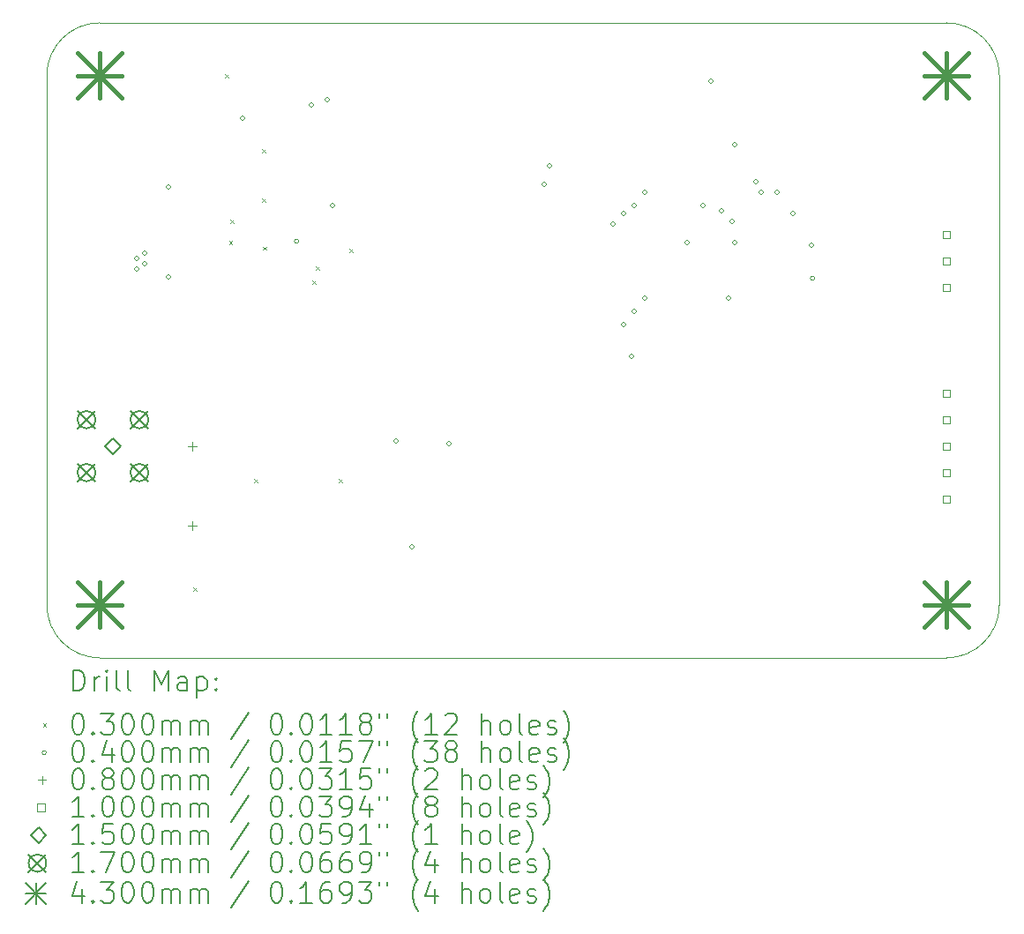
<source format=gbr>
%TF.GenerationSoftware,KiCad,Pcbnew,(6.0.9)*%
%TF.CreationDate,2022-12-14T01:21:41-05:00*%
%TF.ProjectId,usbcounter,75736263-6f75-46e7-9465-722e6b696361,rev?*%
%TF.SameCoordinates,Original*%
%TF.FileFunction,Drillmap*%
%TF.FilePolarity,Positive*%
%FSLAX45Y45*%
G04 Gerber Fmt 4.5, Leading zero omitted, Abs format (unit mm)*
G04 Created by KiCad (PCBNEW (6.0.9)) date 2022-12-14 01:21:41*
%MOMM*%
%LPD*%
G01*
G04 APERTURE LIST*
%ADD10C,0.100000*%
%ADD11C,0.200000*%
%ADD12C,0.030000*%
%ADD13C,0.040000*%
%ADD14C,0.080000*%
%ADD15C,0.150000*%
%ADD16C,0.170000*%
%ADD17C,0.430000*%
G04 APERTURE END LIST*
D10*
X13716000Y-11176000D02*
G75*
G03*
X14224000Y-10668000I0J508000D01*
G01*
X5080000Y-10668000D02*
X5080000Y-5588000D01*
X5588000Y-5080000D02*
X13716000Y-5080000D01*
X14224000Y-5588000D02*
G75*
G03*
X13716000Y-5080000I-508000J0D01*
G01*
X5080000Y-10668000D02*
G75*
G03*
X5588000Y-11176000I508000J0D01*
G01*
X13716000Y-11176000D02*
X5588000Y-11176000D01*
X14224000Y-5588000D02*
X14224000Y-10668000D01*
X5588000Y-5080000D02*
G75*
G03*
X5080000Y-5588000I0J-508000D01*
G01*
D11*
D12*
X6487400Y-10500600D02*
X6517400Y-10530600D01*
X6517400Y-10500600D02*
X6487400Y-10530600D01*
X6792200Y-5573000D02*
X6822200Y-5603000D01*
X6822200Y-5573000D02*
X6792200Y-5603000D01*
X6830300Y-7173200D02*
X6860300Y-7203200D01*
X6860300Y-7173200D02*
X6830300Y-7203200D01*
X6843000Y-6970000D02*
X6873000Y-7000000D01*
X6873000Y-6970000D02*
X6843000Y-7000000D01*
X7071600Y-9459200D02*
X7101600Y-9489200D01*
X7101600Y-9459200D02*
X7071600Y-9489200D01*
X7147800Y-6295850D02*
X7177800Y-6325850D01*
X7177800Y-6295850D02*
X7147800Y-6325850D01*
X7147800Y-6766800D02*
X7177800Y-6796800D01*
X7177800Y-6766800D02*
X7147800Y-6796800D01*
X7154150Y-7230350D02*
X7184150Y-7260350D01*
X7184150Y-7230350D02*
X7154150Y-7260350D01*
X7630400Y-7554200D02*
X7660400Y-7584200D01*
X7660400Y-7554200D02*
X7630400Y-7584200D01*
X7664475Y-7418489D02*
X7694475Y-7448489D01*
X7694475Y-7418489D02*
X7664475Y-7448489D01*
X7884400Y-9459200D02*
X7914400Y-9489200D01*
X7914400Y-9459200D02*
X7884400Y-9489200D01*
X7986000Y-7249400D02*
X8016000Y-7279400D01*
X8016000Y-7249400D02*
X7986000Y-7279400D01*
D13*
X5963600Y-7340600D02*
G75*
G03*
X5963600Y-7340600I-20000J0D01*
G01*
X5963600Y-7442200D02*
G75*
G03*
X5963600Y-7442200I-20000J0D01*
G01*
X6039800Y-7289800D02*
G75*
G03*
X6039800Y-7289800I-20000J0D01*
G01*
X6039800Y-7391400D02*
G75*
G03*
X6039800Y-7391400I-20000J0D01*
G01*
X6268400Y-6654800D02*
G75*
G03*
X6268400Y-6654800I-20000J0D01*
G01*
X6268400Y-7518400D02*
G75*
G03*
X6268400Y-7518400I-20000J0D01*
G01*
X6979600Y-5994400D02*
G75*
G03*
X6979600Y-5994400I-20000J0D01*
G01*
X7498102Y-7177698D02*
G75*
G03*
X7498102Y-7177698I-20000J0D01*
G01*
X7640000Y-5867400D02*
G75*
G03*
X7640000Y-5867400I-20000J0D01*
G01*
X7792400Y-5816600D02*
G75*
G03*
X7792400Y-5816600I-20000J0D01*
G01*
X7843200Y-6832600D02*
G75*
G03*
X7843200Y-6832600I-20000J0D01*
G01*
X8452800Y-9093200D02*
G75*
G03*
X8452800Y-9093200I-20000J0D01*
G01*
X8605200Y-10109200D02*
G75*
G03*
X8605200Y-10109200I-20000J0D01*
G01*
X8960800Y-9118600D02*
G75*
G03*
X8960800Y-9118600I-20000J0D01*
G01*
X9875200Y-6629400D02*
G75*
G03*
X9875200Y-6629400I-20000J0D01*
G01*
X9926000Y-6451600D02*
G75*
G03*
X9926000Y-6451600I-20000J0D01*
G01*
X10535600Y-7010400D02*
G75*
G03*
X10535600Y-7010400I-20000J0D01*
G01*
X10637200Y-6908800D02*
G75*
G03*
X10637200Y-6908800I-20000J0D01*
G01*
X10637200Y-7975600D02*
G75*
G03*
X10637200Y-7975600I-20000J0D01*
G01*
X10713400Y-8280400D02*
G75*
G03*
X10713400Y-8280400I-20000J0D01*
G01*
X10738800Y-6832600D02*
G75*
G03*
X10738800Y-6832600I-20000J0D01*
G01*
X10738800Y-7848600D02*
G75*
G03*
X10738800Y-7848600I-20000J0D01*
G01*
X10840400Y-6705600D02*
G75*
G03*
X10840400Y-6705600I-20000J0D01*
G01*
X10840400Y-7721600D02*
G75*
G03*
X10840400Y-7721600I-20000J0D01*
G01*
X11246800Y-7188200D02*
G75*
G03*
X11246800Y-7188200I-20000J0D01*
G01*
X11399200Y-6832600D02*
G75*
G03*
X11399200Y-6832600I-20000J0D01*
G01*
X11475400Y-5638800D02*
G75*
G03*
X11475400Y-5638800I-20000J0D01*
G01*
X11577000Y-6883400D02*
G75*
G03*
X11577000Y-6883400I-20000J0D01*
G01*
X11644950Y-7721600D02*
G75*
G03*
X11644950Y-7721600I-20000J0D01*
G01*
X11678600Y-6985000D02*
G75*
G03*
X11678600Y-6985000I-20000J0D01*
G01*
X11704000Y-6248400D02*
G75*
G03*
X11704000Y-6248400I-20000J0D01*
G01*
X11704000Y-7188200D02*
G75*
G03*
X11704000Y-7188200I-20000J0D01*
G01*
X11907200Y-6604000D02*
G75*
G03*
X11907200Y-6604000I-20000J0D01*
G01*
X11958000Y-6705600D02*
G75*
G03*
X11958000Y-6705600I-20000J0D01*
G01*
X12110400Y-6705600D02*
G75*
G03*
X12110400Y-6705600I-20000J0D01*
G01*
X12262800Y-6908800D02*
G75*
G03*
X12262800Y-6908800I-20000J0D01*
G01*
X12440600Y-7213600D02*
G75*
G03*
X12440600Y-7213600I-20000J0D01*
G01*
X12450760Y-7533640D02*
G75*
G03*
X12450760Y-7533640I-20000J0D01*
G01*
D14*
X6477000Y-9104000D02*
X6477000Y-9184000D01*
X6437000Y-9144000D02*
X6517000Y-9144000D01*
X6477000Y-9866000D02*
X6477000Y-9946000D01*
X6437000Y-9906000D02*
X6517000Y-9906000D01*
D10*
X13751356Y-7147356D02*
X13751356Y-7076644D01*
X13680644Y-7076644D01*
X13680644Y-7147356D01*
X13751356Y-7147356D01*
X13751356Y-7401356D02*
X13751356Y-7330644D01*
X13680644Y-7330644D01*
X13680644Y-7401356D01*
X13751356Y-7401356D01*
X13751356Y-7655356D02*
X13751356Y-7584644D01*
X13680644Y-7584644D01*
X13680644Y-7655356D01*
X13751356Y-7655356D01*
X13751356Y-8671356D02*
X13751356Y-8600644D01*
X13680644Y-8600644D01*
X13680644Y-8671356D01*
X13751356Y-8671356D01*
X13751356Y-8925356D02*
X13751356Y-8854644D01*
X13680644Y-8854644D01*
X13680644Y-8925356D01*
X13751356Y-8925356D01*
X13751356Y-9179356D02*
X13751356Y-9108644D01*
X13680644Y-9108644D01*
X13680644Y-9179356D01*
X13751356Y-9179356D01*
X13751356Y-9433356D02*
X13751356Y-9362644D01*
X13680644Y-9362644D01*
X13680644Y-9433356D01*
X13751356Y-9433356D01*
X13751356Y-9687356D02*
X13751356Y-9616644D01*
X13680644Y-9616644D01*
X13680644Y-9687356D01*
X13751356Y-9687356D01*
D15*
X5715000Y-9219000D02*
X5790000Y-9144000D01*
X5715000Y-9069000D01*
X5640000Y-9144000D01*
X5715000Y-9219000D01*
D16*
X5376000Y-8805000D02*
X5546000Y-8975000D01*
X5546000Y-8805000D02*
X5376000Y-8975000D01*
X5546000Y-8890000D02*
G75*
G03*
X5546000Y-8890000I-85000J0D01*
G01*
X5376000Y-9313000D02*
X5546000Y-9483000D01*
X5546000Y-9313000D02*
X5376000Y-9483000D01*
X5546000Y-9398000D02*
G75*
G03*
X5546000Y-9398000I-85000J0D01*
G01*
X5884000Y-8805000D02*
X6054000Y-8975000D01*
X6054000Y-8805000D02*
X5884000Y-8975000D01*
X6054000Y-8890000D02*
G75*
G03*
X6054000Y-8890000I-85000J0D01*
G01*
X5884000Y-9313000D02*
X6054000Y-9483000D01*
X6054000Y-9313000D02*
X5884000Y-9483000D01*
X6054000Y-9398000D02*
G75*
G03*
X6054000Y-9398000I-85000J0D01*
G01*
D17*
X5373000Y-5373000D02*
X5803000Y-5803000D01*
X5803000Y-5373000D02*
X5373000Y-5803000D01*
X5588000Y-5373000D02*
X5588000Y-5803000D01*
X5373000Y-5588000D02*
X5803000Y-5588000D01*
X5373000Y-10453000D02*
X5803000Y-10883000D01*
X5803000Y-10453000D02*
X5373000Y-10883000D01*
X5588000Y-10453000D02*
X5588000Y-10883000D01*
X5373000Y-10668000D02*
X5803000Y-10668000D01*
X13501000Y-5373000D02*
X13931000Y-5803000D01*
X13931000Y-5373000D02*
X13501000Y-5803000D01*
X13716000Y-5373000D02*
X13716000Y-5803000D01*
X13501000Y-5588000D02*
X13931000Y-5588000D01*
X13501000Y-10453000D02*
X13931000Y-10883000D01*
X13931000Y-10453000D02*
X13501000Y-10883000D01*
X13716000Y-10453000D02*
X13716000Y-10883000D01*
X13501000Y-10668000D02*
X13931000Y-10668000D01*
D11*
X5332619Y-11491476D02*
X5332619Y-11291476D01*
X5380238Y-11291476D01*
X5408809Y-11301000D01*
X5427857Y-11320048D01*
X5437381Y-11339095D01*
X5446905Y-11377191D01*
X5446905Y-11405762D01*
X5437381Y-11443857D01*
X5427857Y-11462905D01*
X5408809Y-11481952D01*
X5380238Y-11491476D01*
X5332619Y-11491476D01*
X5532619Y-11491476D02*
X5532619Y-11358143D01*
X5532619Y-11396238D02*
X5542143Y-11377191D01*
X5551666Y-11367667D01*
X5570714Y-11358143D01*
X5589762Y-11358143D01*
X5656428Y-11491476D02*
X5656428Y-11358143D01*
X5656428Y-11291476D02*
X5646904Y-11301000D01*
X5656428Y-11310524D01*
X5665952Y-11301000D01*
X5656428Y-11291476D01*
X5656428Y-11310524D01*
X5780238Y-11491476D02*
X5761190Y-11481952D01*
X5751666Y-11462905D01*
X5751666Y-11291476D01*
X5885000Y-11491476D02*
X5865952Y-11481952D01*
X5856428Y-11462905D01*
X5856428Y-11291476D01*
X6113571Y-11491476D02*
X6113571Y-11291476D01*
X6180238Y-11434333D01*
X6246904Y-11291476D01*
X6246904Y-11491476D01*
X6427857Y-11491476D02*
X6427857Y-11386714D01*
X6418333Y-11367667D01*
X6399285Y-11358143D01*
X6361190Y-11358143D01*
X6342143Y-11367667D01*
X6427857Y-11481952D02*
X6408809Y-11491476D01*
X6361190Y-11491476D01*
X6342143Y-11481952D01*
X6332619Y-11462905D01*
X6332619Y-11443857D01*
X6342143Y-11424810D01*
X6361190Y-11415286D01*
X6408809Y-11415286D01*
X6427857Y-11405762D01*
X6523095Y-11358143D02*
X6523095Y-11558143D01*
X6523095Y-11367667D02*
X6542143Y-11358143D01*
X6580238Y-11358143D01*
X6599285Y-11367667D01*
X6608809Y-11377191D01*
X6618333Y-11396238D01*
X6618333Y-11453381D01*
X6608809Y-11472429D01*
X6599285Y-11481952D01*
X6580238Y-11491476D01*
X6542143Y-11491476D01*
X6523095Y-11481952D01*
X6704047Y-11472429D02*
X6713571Y-11481952D01*
X6704047Y-11491476D01*
X6694524Y-11481952D01*
X6704047Y-11472429D01*
X6704047Y-11491476D01*
X6704047Y-11367667D02*
X6713571Y-11377191D01*
X6704047Y-11386714D01*
X6694524Y-11377191D01*
X6704047Y-11367667D01*
X6704047Y-11386714D01*
D12*
X5045000Y-11806000D02*
X5075000Y-11836000D01*
X5075000Y-11806000D02*
X5045000Y-11836000D01*
D11*
X5370714Y-11711476D02*
X5389762Y-11711476D01*
X5408809Y-11721000D01*
X5418333Y-11730524D01*
X5427857Y-11749572D01*
X5437381Y-11787667D01*
X5437381Y-11835286D01*
X5427857Y-11873381D01*
X5418333Y-11892429D01*
X5408809Y-11901952D01*
X5389762Y-11911476D01*
X5370714Y-11911476D01*
X5351666Y-11901952D01*
X5342143Y-11892429D01*
X5332619Y-11873381D01*
X5323095Y-11835286D01*
X5323095Y-11787667D01*
X5332619Y-11749572D01*
X5342143Y-11730524D01*
X5351666Y-11721000D01*
X5370714Y-11711476D01*
X5523095Y-11892429D02*
X5532619Y-11901952D01*
X5523095Y-11911476D01*
X5513571Y-11901952D01*
X5523095Y-11892429D01*
X5523095Y-11911476D01*
X5599285Y-11711476D02*
X5723095Y-11711476D01*
X5656428Y-11787667D01*
X5685000Y-11787667D01*
X5704047Y-11797191D01*
X5713571Y-11806714D01*
X5723095Y-11825762D01*
X5723095Y-11873381D01*
X5713571Y-11892429D01*
X5704047Y-11901952D01*
X5685000Y-11911476D01*
X5627857Y-11911476D01*
X5608809Y-11901952D01*
X5599285Y-11892429D01*
X5846904Y-11711476D02*
X5865952Y-11711476D01*
X5885000Y-11721000D01*
X5894524Y-11730524D01*
X5904047Y-11749572D01*
X5913571Y-11787667D01*
X5913571Y-11835286D01*
X5904047Y-11873381D01*
X5894524Y-11892429D01*
X5885000Y-11901952D01*
X5865952Y-11911476D01*
X5846904Y-11911476D01*
X5827857Y-11901952D01*
X5818333Y-11892429D01*
X5808809Y-11873381D01*
X5799285Y-11835286D01*
X5799285Y-11787667D01*
X5808809Y-11749572D01*
X5818333Y-11730524D01*
X5827857Y-11721000D01*
X5846904Y-11711476D01*
X6037381Y-11711476D02*
X6056428Y-11711476D01*
X6075476Y-11721000D01*
X6085000Y-11730524D01*
X6094524Y-11749572D01*
X6104047Y-11787667D01*
X6104047Y-11835286D01*
X6094524Y-11873381D01*
X6085000Y-11892429D01*
X6075476Y-11901952D01*
X6056428Y-11911476D01*
X6037381Y-11911476D01*
X6018333Y-11901952D01*
X6008809Y-11892429D01*
X5999285Y-11873381D01*
X5989762Y-11835286D01*
X5989762Y-11787667D01*
X5999285Y-11749572D01*
X6008809Y-11730524D01*
X6018333Y-11721000D01*
X6037381Y-11711476D01*
X6189762Y-11911476D02*
X6189762Y-11778143D01*
X6189762Y-11797191D02*
X6199285Y-11787667D01*
X6218333Y-11778143D01*
X6246904Y-11778143D01*
X6265952Y-11787667D01*
X6275476Y-11806714D01*
X6275476Y-11911476D01*
X6275476Y-11806714D02*
X6285000Y-11787667D01*
X6304047Y-11778143D01*
X6332619Y-11778143D01*
X6351666Y-11787667D01*
X6361190Y-11806714D01*
X6361190Y-11911476D01*
X6456428Y-11911476D02*
X6456428Y-11778143D01*
X6456428Y-11797191D02*
X6465952Y-11787667D01*
X6485000Y-11778143D01*
X6513571Y-11778143D01*
X6532619Y-11787667D01*
X6542143Y-11806714D01*
X6542143Y-11911476D01*
X6542143Y-11806714D02*
X6551666Y-11787667D01*
X6570714Y-11778143D01*
X6599285Y-11778143D01*
X6618333Y-11787667D01*
X6627857Y-11806714D01*
X6627857Y-11911476D01*
X7018333Y-11701952D02*
X6846904Y-11959095D01*
X7275476Y-11711476D02*
X7294524Y-11711476D01*
X7313571Y-11721000D01*
X7323095Y-11730524D01*
X7332619Y-11749572D01*
X7342143Y-11787667D01*
X7342143Y-11835286D01*
X7332619Y-11873381D01*
X7323095Y-11892429D01*
X7313571Y-11901952D01*
X7294524Y-11911476D01*
X7275476Y-11911476D01*
X7256428Y-11901952D01*
X7246904Y-11892429D01*
X7237381Y-11873381D01*
X7227857Y-11835286D01*
X7227857Y-11787667D01*
X7237381Y-11749572D01*
X7246904Y-11730524D01*
X7256428Y-11721000D01*
X7275476Y-11711476D01*
X7427857Y-11892429D02*
X7437381Y-11901952D01*
X7427857Y-11911476D01*
X7418333Y-11901952D01*
X7427857Y-11892429D01*
X7427857Y-11911476D01*
X7561190Y-11711476D02*
X7580238Y-11711476D01*
X7599285Y-11721000D01*
X7608809Y-11730524D01*
X7618333Y-11749572D01*
X7627857Y-11787667D01*
X7627857Y-11835286D01*
X7618333Y-11873381D01*
X7608809Y-11892429D01*
X7599285Y-11901952D01*
X7580238Y-11911476D01*
X7561190Y-11911476D01*
X7542143Y-11901952D01*
X7532619Y-11892429D01*
X7523095Y-11873381D01*
X7513571Y-11835286D01*
X7513571Y-11787667D01*
X7523095Y-11749572D01*
X7532619Y-11730524D01*
X7542143Y-11721000D01*
X7561190Y-11711476D01*
X7818333Y-11911476D02*
X7704047Y-11911476D01*
X7761190Y-11911476D02*
X7761190Y-11711476D01*
X7742143Y-11740048D01*
X7723095Y-11759095D01*
X7704047Y-11768619D01*
X8008809Y-11911476D02*
X7894524Y-11911476D01*
X7951666Y-11911476D02*
X7951666Y-11711476D01*
X7932619Y-11740048D01*
X7913571Y-11759095D01*
X7894524Y-11768619D01*
X8123095Y-11797191D02*
X8104047Y-11787667D01*
X8094524Y-11778143D01*
X8085000Y-11759095D01*
X8085000Y-11749572D01*
X8094524Y-11730524D01*
X8104047Y-11721000D01*
X8123095Y-11711476D01*
X8161190Y-11711476D01*
X8180238Y-11721000D01*
X8189762Y-11730524D01*
X8199285Y-11749572D01*
X8199285Y-11759095D01*
X8189762Y-11778143D01*
X8180238Y-11787667D01*
X8161190Y-11797191D01*
X8123095Y-11797191D01*
X8104047Y-11806714D01*
X8094524Y-11816238D01*
X8085000Y-11835286D01*
X8085000Y-11873381D01*
X8094524Y-11892429D01*
X8104047Y-11901952D01*
X8123095Y-11911476D01*
X8161190Y-11911476D01*
X8180238Y-11901952D01*
X8189762Y-11892429D01*
X8199285Y-11873381D01*
X8199285Y-11835286D01*
X8189762Y-11816238D01*
X8180238Y-11806714D01*
X8161190Y-11797191D01*
X8275476Y-11711476D02*
X8275476Y-11749572D01*
X8351666Y-11711476D02*
X8351666Y-11749572D01*
X8646905Y-11987667D02*
X8637381Y-11978143D01*
X8618333Y-11949572D01*
X8608809Y-11930524D01*
X8599286Y-11901952D01*
X8589762Y-11854333D01*
X8589762Y-11816238D01*
X8599286Y-11768619D01*
X8608809Y-11740048D01*
X8618333Y-11721000D01*
X8637381Y-11692429D01*
X8646905Y-11682905D01*
X8827857Y-11911476D02*
X8713571Y-11911476D01*
X8770714Y-11911476D02*
X8770714Y-11711476D01*
X8751666Y-11740048D01*
X8732619Y-11759095D01*
X8713571Y-11768619D01*
X8904047Y-11730524D02*
X8913571Y-11721000D01*
X8932619Y-11711476D01*
X8980238Y-11711476D01*
X8999286Y-11721000D01*
X9008809Y-11730524D01*
X9018333Y-11749572D01*
X9018333Y-11768619D01*
X9008809Y-11797191D01*
X8894524Y-11911476D01*
X9018333Y-11911476D01*
X9256428Y-11911476D02*
X9256428Y-11711476D01*
X9342143Y-11911476D02*
X9342143Y-11806714D01*
X9332619Y-11787667D01*
X9313571Y-11778143D01*
X9285000Y-11778143D01*
X9265952Y-11787667D01*
X9256428Y-11797191D01*
X9465952Y-11911476D02*
X9446905Y-11901952D01*
X9437381Y-11892429D01*
X9427857Y-11873381D01*
X9427857Y-11816238D01*
X9437381Y-11797191D01*
X9446905Y-11787667D01*
X9465952Y-11778143D01*
X9494524Y-11778143D01*
X9513571Y-11787667D01*
X9523095Y-11797191D01*
X9532619Y-11816238D01*
X9532619Y-11873381D01*
X9523095Y-11892429D01*
X9513571Y-11901952D01*
X9494524Y-11911476D01*
X9465952Y-11911476D01*
X9646905Y-11911476D02*
X9627857Y-11901952D01*
X9618333Y-11882905D01*
X9618333Y-11711476D01*
X9799286Y-11901952D02*
X9780238Y-11911476D01*
X9742143Y-11911476D01*
X9723095Y-11901952D01*
X9713571Y-11882905D01*
X9713571Y-11806714D01*
X9723095Y-11787667D01*
X9742143Y-11778143D01*
X9780238Y-11778143D01*
X9799286Y-11787667D01*
X9808809Y-11806714D01*
X9808809Y-11825762D01*
X9713571Y-11844810D01*
X9885000Y-11901952D02*
X9904047Y-11911476D01*
X9942143Y-11911476D01*
X9961190Y-11901952D01*
X9970714Y-11882905D01*
X9970714Y-11873381D01*
X9961190Y-11854333D01*
X9942143Y-11844810D01*
X9913571Y-11844810D01*
X9894524Y-11835286D01*
X9885000Y-11816238D01*
X9885000Y-11806714D01*
X9894524Y-11787667D01*
X9913571Y-11778143D01*
X9942143Y-11778143D01*
X9961190Y-11787667D01*
X10037381Y-11987667D02*
X10046905Y-11978143D01*
X10065952Y-11949572D01*
X10075476Y-11930524D01*
X10085000Y-11901952D01*
X10094524Y-11854333D01*
X10094524Y-11816238D01*
X10085000Y-11768619D01*
X10075476Y-11740048D01*
X10065952Y-11721000D01*
X10046905Y-11692429D01*
X10037381Y-11682905D01*
D13*
X5075000Y-12085000D02*
G75*
G03*
X5075000Y-12085000I-20000J0D01*
G01*
D11*
X5370714Y-11975476D02*
X5389762Y-11975476D01*
X5408809Y-11985000D01*
X5418333Y-11994524D01*
X5427857Y-12013572D01*
X5437381Y-12051667D01*
X5437381Y-12099286D01*
X5427857Y-12137381D01*
X5418333Y-12156429D01*
X5408809Y-12165952D01*
X5389762Y-12175476D01*
X5370714Y-12175476D01*
X5351666Y-12165952D01*
X5342143Y-12156429D01*
X5332619Y-12137381D01*
X5323095Y-12099286D01*
X5323095Y-12051667D01*
X5332619Y-12013572D01*
X5342143Y-11994524D01*
X5351666Y-11985000D01*
X5370714Y-11975476D01*
X5523095Y-12156429D02*
X5532619Y-12165952D01*
X5523095Y-12175476D01*
X5513571Y-12165952D01*
X5523095Y-12156429D01*
X5523095Y-12175476D01*
X5704047Y-12042143D02*
X5704047Y-12175476D01*
X5656428Y-11965952D02*
X5608809Y-12108810D01*
X5732619Y-12108810D01*
X5846904Y-11975476D02*
X5865952Y-11975476D01*
X5885000Y-11985000D01*
X5894524Y-11994524D01*
X5904047Y-12013572D01*
X5913571Y-12051667D01*
X5913571Y-12099286D01*
X5904047Y-12137381D01*
X5894524Y-12156429D01*
X5885000Y-12165952D01*
X5865952Y-12175476D01*
X5846904Y-12175476D01*
X5827857Y-12165952D01*
X5818333Y-12156429D01*
X5808809Y-12137381D01*
X5799285Y-12099286D01*
X5799285Y-12051667D01*
X5808809Y-12013572D01*
X5818333Y-11994524D01*
X5827857Y-11985000D01*
X5846904Y-11975476D01*
X6037381Y-11975476D02*
X6056428Y-11975476D01*
X6075476Y-11985000D01*
X6085000Y-11994524D01*
X6094524Y-12013572D01*
X6104047Y-12051667D01*
X6104047Y-12099286D01*
X6094524Y-12137381D01*
X6085000Y-12156429D01*
X6075476Y-12165952D01*
X6056428Y-12175476D01*
X6037381Y-12175476D01*
X6018333Y-12165952D01*
X6008809Y-12156429D01*
X5999285Y-12137381D01*
X5989762Y-12099286D01*
X5989762Y-12051667D01*
X5999285Y-12013572D01*
X6008809Y-11994524D01*
X6018333Y-11985000D01*
X6037381Y-11975476D01*
X6189762Y-12175476D02*
X6189762Y-12042143D01*
X6189762Y-12061191D02*
X6199285Y-12051667D01*
X6218333Y-12042143D01*
X6246904Y-12042143D01*
X6265952Y-12051667D01*
X6275476Y-12070714D01*
X6275476Y-12175476D01*
X6275476Y-12070714D02*
X6285000Y-12051667D01*
X6304047Y-12042143D01*
X6332619Y-12042143D01*
X6351666Y-12051667D01*
X6361190Y-12070714D01*
X6361190Y-12175476D01*
X6456428Y-12175476D02*
X6456428Y-12042143D01*
X6456428Y-12061191D02*
X6465952Y-12051667D01*
X6485000Y-12042143D01*
X6513571Y-12042143D01*
X6532619Y-12051667D01*
X6542143Y-12070714D01*
X6542143Y-12175476D01*
X6542143Y-12070714D02*
X6551666Y-12051667D01*
X6570714Y-12042143D01*
X6599285Y-12042143D01*
X6618333Y-12051667D01*
X6627857Y-12070714D01*
X6627857Y-12175476D01*
X7018333Y-11965952D02*
X6846904Y-12223095D01*
X7275476Y-11975476D02*
X7294524Y-11975476D01*
X7313571Y-11985000D01*
X7323095Y-11994524D01*
X7332619Y-12013572D01*
X7342143Y-12051667D01*
X7342143Y-12099286D01*
X7332619Y-12137381D01*
X7323095Y-12156429D01*
X7313571Y-12165952D01*
X7294524Y-12175476D01*
X7275476Y-12175476D01*
X7256428Y-12165952D01*
X7246904Y-12156429D01*
X7237381Y-12137381D01*
X7227857Y-12099286D01*
X7227857Y-12051667D01*
X7237381Y-12013572D01*
X7246904Y-11994524D01*
X7256428Y-11985000D01*
X7275476Y-11975476D01*
X7427857Y-12156429D02*
X7437381Y-12165952D01*
X7427857Y-12175476D01*
X7418333Y-12165952D01*
X7427857Y-12156429D01*
X7427857Y-12175476D01*
X7561190Y-11975476D02*
X7580238Y-11975476D01*
X7599285Y-11985000D01*
X7608809Y-11994524D01*
X7618333Y-12013572D01*
X7627857Y-12051667D01*
X7627857Y-12099286D01*
X7618333Y-12137381D01*
X7608809Y-12156429D01*
X7599285Y-12165952D01*
X7580238Y-12175476D01*
X7561190Y-12175476D01*
X7542143Y-12165952D01*
X7532619Y-12156429D01*
X7523095Y-12137381D01*
X7513571Y-12099286D01*
X7513571Y-12051667D01*
X7523095Y-12013572D01*
X7532619Y-11994524D01*
X7542143Y-11985000D01*
X7561190Y-11975476D01*
X7818333Y-12175476D02*
X7704047Y-12175476D01*
X7761190Y-12175476D02*
X7761190Y-11975476D01*
X7742143Y-12004048D01*
X7723095Y-12023095D01*
X7704047Y-12032619D01*
X7999285Y-11975476D02*
X7904047Y-11975476D01*
X7894524Y-12070714D01*
X7904047Y-12061191D01*
X7923095Y-12051667D01*
X7970714Y-12051667D01*
X7989762Y-12061191D01*
X7999285Y-12070714D01*
X8008809Y-12089762D01*
X8008809Y-12137381D01*
X7999285Y-12156429D01*
X7989762Y-12165952D01*
X7970714Y-12175476D01*
X7923095Y-12175476D01*
X7904047Y-12165952D01*
X7894524Y-12156429D01*
X8075476Y-11975476D02*
X8208809Y-11975476D01*
X8123095Y-12175476D01*
X8275476Y-11975476D02*
X8275476Y-12013572D01*
X8351666Y-11975476D02*
X8351666Y-12013572D01*
X8646905Y-12251667D02*
X8637381Y-12242143D01*
X8618333Y-12213572D01*
X8608809Y-12194524D01*
X8599286Y-12165952D01*
X8589762Y-12118333D01*
X8589762Y-12080238D01*
X8599286Y-12032619D01*
X8608809Y-12004048D01*
X8618333Y-11985000D01*
X8637381Y-11956429D01*
X8646905Y-11946905D01*
X8704047Y-11975476D02*
X8827857Y-11975476D01*
X8761190Y-12051667D01*
X8789762Y-12051667D01*
X8808809Y-12061191D01*
X8818333Y-12070714D01*
X8827857Y-12089762D01*
X8827857Y-12137381D01*
X8818333Y-12156429D01*
X8808809Y-12165952D01*
X8789762Y-12175476D01*
X8732619Y-12175476D01*
X8713571Y-12165952D01*
X8704047Y-12156429D01*
X8942143Y-12061191D02*
X8923095Y-12051667D01*
X8913571Y-12042143D01*
X8904047Y-12023095D01*
X8904047Y-12013572D01*
X8913571Y-11994524D01*
X8923095Y-11985000D01*
X8942143Y-11975476D01*
X8980238Y-11975476D01*
X8999286Y-11985000D01*
X9008809Y-11994524D01*
X9018333Y-12013572D01*
X9018333Y-12023095D01*
X9008809Y-12042143D01*
X8999286Y-12051667D01*
X8980238Y-12061191D01*
X8942143Y-12061191D01*
X8923095Y-12070714D01*
X8913571Y-12080238D01*
X8904047Y-12099286D01*
X8904047Y-12137381D01*
X8913571Y-12156429D01*
X8923095Y-12165952D01*
X8942143Y-12175476D01*
X8980238Y-12175476D01*
X8999286Y-12165952D01*
X9008809Y-12156429D01*
X9018333Y-12137381D01*
X9018333Y-12099286D01*
X9008809Y-12080238D01*
X8999286Y-12070714D01*
X8980238Y-12061191D01*
X9256428Y-12175476D02*
X9256428Y-11975476D01*
X9342143Y-12175476D02*
X9342143Y-12070714D01*
X9332619Y-12051667D01*
X9313571Y-12042143D01*
X9285000Y-12042143D01*
X9265952Y-12051667D01*
X9256428Y-12061191D01*
X9465952Y-12175476D02*
X9446905Y-12165952D01*
X9437381Y-12156429D01*
X9427857Y-12137381D01*
X9427857Y-12080238D01*
X9437381Y-12061191D01*
X9446905Y-12051667D01*
X9465952Y-12042143D01*
X9494524Y-12042143D01*
X9513571Y-12051667D01*
X9523095Y-12061191D01*
X9532619Y-12080238D01*
X9532619Y-12137381D01*
X9523095Y-12156429D01*
X9513571Y-12165952D01*
X9494524Y-12175476D01*
X9465952Y-12175476D01*
X9646905Y-12175476D02*
X9627857Y-12165952D01*
X9618333Y-12146905D01*
X9618333Y-11975476D01*
X9799286Y-12165952D02*
X9780238Y-12175476D01*
X9742143Y-12175476D01*
X9723095Y-12165952D01*
X9713571Y-12146905D01*
X9713571Y-12070714D01*
X9723095Y-12051667D01*
X9742143Y-12042143D01*
X9780238Y-12042143D01*
X9799286Y-12051667D01*
X9808809Y-12070714D01*
X9808809Y-12089762D01*
X9713571Y-12108810D01*
X9885000Y-12165952D02*
X9904047Y-12175476D01*
X9942143Y-12175476D01*
X9961190Y-12165952D01*
X9970714Y-12146905D01*
X9970714Y-12137381D01*
X9961190Y-12118333D01*
X9942143Y-12108810D01*
X9913571Y-12108810D01*
X9894524Y-12099286D01*
X9885000Y-12080238D01*
X9885000Y-12070714D01*
X9894524Y-12051667D01*
X9913571Y-12042143D01*
X9942143Y-12042143D01*
X9961190Y-12051667D01*
X10037381Y-12251667D02*
X10046905Y-12242143D01*
X10065952Y-12213572D01*
X10075476Y-12194524D01*
X10085000Y-12165952D01*
X10094524Y-12118333D01*
X10094524Y-12080238D01*
X10085000Y-12032619D01*
X10075476Y-12004048D01*
X10065952Y-11985000D01*
X10046905Y-11956429D01*
X10037381Y-11946905D01*
D14*
X5035000Y-12309000D02*
X5035000Y-12389000D01*
X4995000Y-12349000D02*
X5075000Y-12349000D01*
D11*
X5370714Y-12239476D02*
X5389762Y-12239476D01*
X5408809Y-12249000D01*
X5418333Y-12258524D01*
X5427857Y-12277572D01*
X5437381Y-12315667D01*
X5437381Y-12363286D01*
X5427857Y-12401381D01*
X5418333Y-12420429D01*
X5408809Y-12429952D01*
X5389762Y-12439476D01*
X5370714Y-12439476D01*
X5351666Y-12429952D01*
X5342143Y-12420429D01*
X5332619Y-12401381D01*
X5323095Y-12363286D01*
X5323095Y-12315667D01*
X5332619Y-12277572D01*
X5342143Y-12258524D01*
X5351666Y-12249000D01*
X5370714Y-12239476D01*
X5523095Y-12420429D02*
X5532619Y-12429952D01*
X5523095Y-12439476D01*
X5513571Y-12429952D01*
X5523095Y-12420429D01*
X5523095Y-12439476D01*
X5646904Y-12325191D02*
X5627857Y-12315667D01*
X5618333Y-12306143D01*
X5608809Y-12287095D01*
X5608809Y-12277572D01*
X5618333Y-12258524D01*
X5627857Y-12249000D01*
X5646904Y-12239476D01*
X5685000Y-12239476D01*
X5704047Y-12249000D01*
X5713571Y-12258524D01*
X5723095Y-12277572D01*
X5723095Y-12287095D01*
X5713571Y-12306143D01*
X5704047Y-12315667D01*
X5685000Y-12325191D01*
X5646904Y-12325191D01*
X5627857Y-12334714D01*
X5618333Y-12344238D01*
X5608809Y-12363286D01*
X5608809Y-12401381D01*
X5618333Y-12420429D01*
X5627857Y-12429952D01*
X5646904Y-12439476D01*
X5685000Y-12439476D01*
X5704047Y-12429952D01*
X5713571Y-12420429D01*
X5723095Y-12401381D01*
X5723095Y-12363286D01*
X5713571Y-12344238D01*
X5704047Y-12334714D01*
X5685000Y-12325191D01*
X5846904Y-12239476D02*
X5865952Y-12239476D01*
X5885000Y-12249000D01*
X5894524Y-12258524D01*
X5904047Y-12277572D01*
X5913571Y-12315667D01*
X5913571Y-12363286D01*
X5904047Y-12401381D01*
X5894524Y-12420429D01*
X5885000Y-12429952D01*
X5865952Y-12439476D01*
X5846904Y-12439476D01*
X5827857Y-12429952D01*
X5818333Y-12420429D01*
X5808809Y-12401381D01*
X5799285Y-12363286D01*
X5799285Y-12315667D01*
X5808809Y-12277572D01*
X5818333Y-12258524D01*
X5827857Y-12249000D01*
X5846904Y-12239476D01*
X6037381Y-12239476D02*
X6056428Y-12239476D01*
X6075476Y-12249000D01*
X6085000Y-12258524D01*
X6094524Y-12277572D01*
X6104047Y-12315667D01*
X6104047Y-12363286D01*
X6094524Y-12401381D01*
X6085000Y-12420429D01*
X6075476Y-12429952D01*
X6056428Y-12439476D01*
X6037381Y-12439476D01*
X6018333Y-12429952D01*
X6008809Y-12420429D01*
X5999285Y-12401381D01*
X5989762Y-12363286D01*
X5989762Y-12315667D01*
X5999285Y-12277572D01*
X6008809Y-12258524D01*
X6018333Y-12249000D01*
X6037381Y-12239476D01*
X6189762Y-12439476D02*
X6189762Y-12306143D01*
X6189762Y-12325191D02*
X6199285Y-12315667D01*
X6218333Y-12306143D01*
X6246904Y-12306143D01*
X6265952Y-12315667D01*
X6275476Y-12334714D01*
X6275476Y-12439476D01*
X6275476Y-12334714D02*
X6285000Y-12315667D01*
X6304047Y-12306143D01*
X6332619Y-12306143D01*
X6351666Y-12315667D01*
X6361190Y-12334714D01*
X6361190Y-12439476D01*
X6456428Y-12439476D02*
X6456428Y-12306143D01*
X6456428Y-12325191D02*
X6465952Y-12315667D01*
X6485000Y-12306143D01*
X6513571Y-12306143D01*
X6532619Y-12315667D01*
X6542143Y-12334714D01*
X6542143Y-12439476D01*
X6542143Y-12334714D02*
X6551666Y-12315667D01*
X6570714Y-12306143D01*
X6599285Y-12306143D01*
X6618333Y-12315667D01*
X6627857Y-12334714D01*
X6627857Y-12439476D01*
X7018333Y-12229952D02*
X6846904Y-12487095D01*
X7275476Y-12239476D02*
X7294524Y-12239476D01*
X7313571Y-12249000D01*
X7323095Y-12258524D01*
X7332619Y-12277572D01*
X7342143Y-12315667D01*
X7342143Y-12363286D01*
X7332619Y-12401381D01*
X7323095Y-12420429D01*
X7313571Y-12429952D01*
X7294524Y-12439476D01*
X7275476Y-12439476D01*
X7256428Y-12429952D01*
X7246904Y-12420429D01*
X7237381Y-12401381D01*
X7227857Y-12363286D01*
X7227857Y-12315667D01*
X7237381Y-12277572D01*
X7246904Y-12258524D01*
X7256428Y-12249000D01*
X7275476Y-12239476D01*
X7427857Y-12420429D02*
X7437381Y-12429952D01*
X7427857Y-12439476D01*
X7418333Y-12429952D01*
X7427857Y-12420429D01*
X7427857Y-12439476D01*
X7561190Y-12239476D02*
X7580238Y-12239476D01*
X7599285Y-12249000D01*
X7608809Y-12258524D01*
X7618333Y-12277572D01*
X7627857Y-12315667D01*
X7627857Y-12363286D01*
X7618333Y-12401381D01*
X7608809Y-12420429D01*
X7599285Y-12429952D01*
X7580238Y-12439476D01*
X7561190Y-12439476D01*
X7542143Y-12429952D01*
X7532619Y-12420429D01*
X7523095Y-12401381D01*
X7513571Y-12363286D01*
X7513571Y-12315667D01*
X7523095Y-12277572D01*
X7532619Y-12258524D01*
X7542143Y-12249000D01*
X7561190Y-12239476D01*
X7694524Y-12239476D02*
X7818333Y-12239476D01*
X7751666Y-12315667D01*
X7780238Y-12315667D01*
X7799285Y-12325191D01*
X7808809Y-12334714D01*
X7818333Y-12353762D01*
X7818333Y-12401381D01*
X7808809Y-12420429D01*
X7799285Y-12429952D01*
X7780238Y-12439476D01*
X7723095Y-12439476D01*
X7704047Y-12429952D01*
X7694524Y-12420429D01*
X8008809Y-12439476D02*
X7894524Y-12439476D01*
X7951666Y-12439476D02*
X7951666Y-12239476D01*
X7932619Y-12268048D01*
X7913571Y-12287095D01*
X7894524Y-12296619D01*
X8189762Y-12239476D02*
X8094524Y-12239476D01*
X8085000Y-12334714D01*
X8094524Y-12325191D01*
X8113571Y-12315667D01*
X8161190Y-12315667D01*
X8180238Y-12325191D01*
X8189762Y-12334714D01*
X8199285Y-12353762D01*
X8199285Y-12401381D01*
X8189762Y-12420429D01*
X8180238Y-12429952D01*
X8161190Y-12439476D01*
X8113571Y-12439476D01*
X8094524Y-12429952D01*
X8085000Y-12420429D01*
X8275476Y-12239476D02*
X8275476Y-12277572D01*
X8351666Y-12239476D02*
X8351666Y-12277572D01*
X8646905Y-12515667D02*
X8637381Y-12506143D01*
X8618333Y-12477572D01*
X8608809Y-12458524D01*
X8599286Y-12429952D01*
X8589762Y-12382333D01*
X8589762Y-12344238D01*
X8599286Y-12296619D01*
X8608809Y-12268048D01*
X8618333Y-12249000D01*
X8637381Y-12220429D01*
X8646905Y-12210905D01*
X8713571Y-12258524D02*
X8723095Y-12249000D01*
X8742143Y-12239476D01*
X8789762Y-12239476D01*
X8808809Y-12249000D01*
X8818333Y-12258524D01*
X8827857Y-12277572D01*
X8827857Y-12296619D01*
X8818333Y-12325191D01*
X8704047Y-12439476D01*
X8827857Y-12439476D01*
X9065952Y-12439476D02*
X9065952Y-12239476D01*
X9151666Y-12439476D02*
X9151666Y-12334714D01*
X9142143Y-12315667D01*
X9123095Y-12306143D01*
X9094524Y-12306143D01*
X9075476Y-12315667D01*
X9065952Y-12325191D01*
X9275476Y-12439476D02*
X9256428Y-12429952D01*
X9246905Y-12420429D01*
X9237381Y-12401381D01*
X9237381Y-12344238D01*
X9246905Y-12325191D01*
X9256428Y-12315667D01*
X9275476Y-12306143D01*
X9304047Y-12306143D01*
X9323095Y-12315667D01*
X9332619Y-12325191D01*
X9342143Y-12344238D01*
X9342143Y-12401381D01*
X9332619Y-12420429D01*
X9323095Y-12429952D01*
X9304047Y-12439476D01*
X9275476Y-12439476D01*
X9456428Y-12439476D02*
X9437381Y-12429952D01*
X9427857Y-12410905D01*
X9427857Y-12239476D01*
X9608809Y-12429952D02*
X9589762Y-12439476D01*
X9551666Y-12439476D01*
X9532619Y-12429952D01*
X9523095Y-12410905D01*
X9523095Y-12334714D01*
X9532619Y-12315667D01*
X9551666Y-12306143D01*
X9589762Y-12306143D01*
X9608809Y-12315667D01*
X9618333Y-12334714D01*
X9618333Y-12353762D01*
X9523095Y-12372810D01*
X9694524Y-12429952D02*
X9713571Y-12439476D01*
X9751666Y-12439476D01*
X9770714Y-12429952D01*
X9780238Y-12410905D01*
X9780238Y-12401381D01*
X9770714Y-12382333D01*
X9751666Y-12372810D01*
X9723095Y-12372810D01*
X9704047Y-12363286D01*
X9694524Y-12344238D01*
X9694524Y-12334714D01*
X9704047Y-12315667D01*
X9723095Y-12306143D01*
X9751666Y-12306143D01*
X9770714Y-12315667D01*
X9846905Y-12515667D02*
X9856428Y-12506143D01*
X9875476Y-12477572D01*
X9885000Y-12458524D01*
X9894524Y-12429952D01*
X9904047Y-12382333D01*
X9904047Y-12344238D01*
X9894524Y-12296619D01*
X9885000Y-12268048D01*
X9875476Y-12249000D01*
X9856428Y-12220429D01*
X9846905Y-12210905D01*
D10*
X5060356Y-12648356D02*
X5060356Y-12577644D01*
X4989644Y-12577644D01*
X4989644Y-12648356D01*
X5060356Y-12648356D01*
D11*
X5437381Y-12703476D02*
X5323095Y-12703476D01*
X5380238Y-12703476D02*
X5380238Y-12503476D01*
X5361190Y-12532048D01*
X5342143Y-12551095D01*
X5323095Y-12560619D01*
X5523095Y-12684429D02*
X5532619Y-12693952D01*
X5523095Y-12703476D01*
X5513571Y-12693952D01*
X5523095Y-12684429D01*
X5523095Y-12703476D01*
X5656428Y-12503476D02*
X5675476Y-12503476D01*
X5694524Y-12513000D01*
X5704047Y-12522524D01*
X5713571Y-12541572D01*
X5723095Y-12579667D01*
X5723095Y-12627286D01*
X5713571Y-12665381D01*
X5704047Y-12684429D01*
X5694524Y-12693952D01*
X5675476Y-12703476D01*
X5656428Y-12703476D01*
X5637381Y-12693952D01*
X5627857Y-12684429D01*
X5618333Y-12665381D01*
X5608809Y-12627286D01*
X5608809Y-12579667D01*
X5618333Y-12541572D01*
X5627857Y-12522524D01*
X5637381Y-12513000D01*
X5656428Y-12503476D01*
X5846904Y-12503476D02*
X5865952Y-12503476D01*
X5885000Y-12513000D01*
X5894524Y-12522524D01*
X5904047Y-12541572D01*
X5913571Y-12579667D01*
X5913571Y-12627286D01*
X5904047Y-12665381D01*
X5894524Y-12684429D01*
X5885000Y-12693952D01*
X5865952Y-12703476D01*
X5846904Y-12703476D01*
X5827857Y-12693952D01*
X5818333Y-12684429D01*
X5808809Y-12665381D01*
X5799285Y-12627286D01*
X5799285Y-12579667D01*
X5808809Y-12541572D01*
X5818333Y-12522524D01*
X5827857Y-12513000D01*
X5846904Y-12503476D01*
X6037381Y-12503476D02*
X6056428Y-12503476D01*
X6075476Y-12513000D01*
X6085000Y-12522524D01*
X6094524Y-12541572D01*
X6104047Y-12579667D01*
X6104047Y-12627286D01*
X6094524Y-12665381D01*
X6085000Y-12684429D01*
X6075476Y-12693952D01*
X6056428Y-12703476D01*
X6037381Y-12703476D01*
X6018333Y-12693952D01*
X6008809Y-12684429D01*
X5999285Y-12665381D01*
X5989762Y-12627286D01*
X5989762Y-12579667D01*
X5999285Y-12541572D01*
X6008809Y-12522524D01*
X6018333Y-12513000D01*
X6037381Y-12503476D01*
X6189762Y-12703476D02*
X6189762Y-12570143D01*
X6189762Y-12589191D02*
X6199285Y-12579667D01*
X6218333Y-12570143D01*
X6246904Y-12570143D01*
X6265952Y-12579667D01*
X6275476Y-12598714D01*
X6275476Y-12703476D01*
X6275476Y-12598714D02*
X6285000Y-12579667D01*
X6304047Y-12570143D01*
X6332619Y-12570143D01*
X6351666Y-12579667D01*
X6361190Y-12598714D01*
X6361190Y-12703476D01*
X6456428Y-12703476D02*
X6456428Y-12570143D01*
X6456428Y-12589191D02*
X6465952Y-12579667D01*
X6485000Y-12570143D01*
X6513571Y-12570143D01*
X6532619Y-12579667D01*
X6542143Y-12598714D01*
X6542143Y-12703476D01*
X6542143Y-12598714D02*
X6551666Y-12579667D01*
X6570714Y-12570143D01*
X6599285Y-12570143D01*
X6618333Y-12579667D01*
X6627857Y-12598714D01*
X6627857Y-12703476D01*
X7018333Y-12493952D02*
X6846904Y-12751095D01*
X7275476Y-12503476D02*
X7294524Y-12503476D01*
X7313571Y-12513000D01*
X7323095Y-12522524D01*
X7332619Y-12541572D01*
X7342143Y-12579667D01*
X7342143Y-12627286D01*
X7332619Y-12665381D01*
X7323095Y-12684429D01*
X7313571Y-12693952D01*
X7294524Y-12703476D01*
X7275476Y-12703476D01*
X7256428Y-12693952D01*
X7246904Y-12684429D01*
X7237381Y-12665381D01*
X7227857Y-12627286D01*
X7227857Y-12579667D01*
X7237381Y-12541572D01*
X7246904Y-12522524D01*
X7256428Y-12513000D01*
X7275476Y-12503476D01*
X7427857Y-12684429D02*
X7437381Y-12693952D01*
X7427857Y-12703476D01*
X7418333Y-12693952D01*
X7427857Y-12684429D01*
X7427857Y-12703476D01*
X7561190Y-12503476D02*
X7580238Y-12503476D01*
X7599285Y-12513000D01*
X7608809Y-12522524D01*
X7618333Y-12541572D01*
X7627857Y-12579667D01*
X7627857Y-12627286D01*
X7618333Y-12665381D01*
X7608809Y-12684429D01*
X7599285Y-12693952D01*
X7580238Y-12703476D01*
X7561190Y-12703476D01*
X7542143Y-12693952D01*
X7532619Y-12684429D01*
X7523095Y-12665381D01*
X7513571Y-12627286D01*
X7513571Y-12579667D01*
X7523095Y-12541572D01*
X7532619Y-12522524D01*
X7542143Y-12513000D01*
X7561190Y-12503476D01*
X7694524Y-12503476D02*
X7818333Y-12503476D01*
X7751666Y-12579667D01*
X7780238Y-12579667D01*
X7799285Y-12589191D01*
X7808809Y-12598714D01*
X7818333Y-12617762D01*
X7818333Y-12665381D01*
X7808809Y-12684429D01*
X7799285Y-12693952D01*
X7780238Y-12703476D01*
X7723095Y-12703476D01*
X7704047Y-12693952D01*
X7694524Y-12684429D01*
X7913571Y-12703476D02*
X7951666Y-12703476D01*
X7970714Y-12693952D01*
X7980238Y-12684429D01*
X7999285Y-12655857D01*
X8008809Y-12617762D01*
X8008809Y-12541572D01*
X7999285Y-12522524D01*
X7989762Y-12513000D01*
X7970714Y-12503476D01*
X7932619Y-12503476D01*
X7913571Y-12513000D01*
X7904047Y-12522524D01*
X7894524Y-12541572D01*
X7894524Y-12589191D01*
X7904047Y-12608238D01*
X7913571Y-12617762D01*
X7932619Y-12627286D01*
X7970714Y-12627286D01*
X7989762Y-12617762D01*
X7999285Y-12608238D01*
X8008809Y-12589191D01*
X8180238Y-12570143D02*
X8180238Y-12703476D01*
X8132619Y-12493952D02*
X8085000Y-12636810D01*
X8208809Y-12636810D01*
X8275476Y-12503476D02*
X8275476Y-12541572D01*
X8351666Y-12503476D02*
X8351666Y-12541572D01*
X8646905Y-12779667D02*
X8637381Y-12770143D01*
X8618333Y-12741572D01*
X8608809Y-12722524D01*
X8599286Y-12693952D01*
X8589762Y-12646333D01*
X8589762Y-12608238D01*
X8599286Y-12560619D01*
X8608809Y-12532048D01*
X8618333Y-12513000D01*
X8637381Y-12484429D01*
X8646905Y-12474905D01*
X8751666Y-12589191D02*
X8732619Y-12579667D01*
X8723095Y-12570143D01*
X8713571Y-12551095D01*
X8713571Y-12541572D01*
X8723095Y-12522524D01*
X8732619Y-12513000D01*
X8751666Y-12503476D01*
X8789762Y-12503476D01*
X8808809Y-12513000D01*
X8818333Y-12522524D01*
X8827857Y-12541572D01*
X8827857Y-12551095D01*
X8818333Y-12570143D01*
X8808809Y-12579667D01*
X8789762Y-12589191D01*
X8751666Y-12589191D01*
X8732619Y-12598714D01*
X8723095Y-12608238D01*
X8713571Y-12627286D01*
X8713571Y-12665381D01*
X8723095Y-12684429D01*
X8732619Y-12693952D01*
X8751666Y-12703476D01*
X8789762Y-12703476D01*
X8808809Y-12693952D01*
X8818333Y-12684429D01*
X8827857Y-12665381D01*
X8827857Y-12627286D01*
X8818333Y-12608238D01*
X8808809Y-12598714D01*
X8789762Y-12589191D01*
X9065952Y-12703476D02*
X9065952Y-12503476D01*
X9151666Y-12703476D02*
X9151666Y-12598714D01*
X9142143Y-12579667D01*
X9123095Y-12570143D01*
X9094524Y-12570143D01*
X9075476Y-12579667D01*
X9065952Y-12589191D01*
X9275476Y-12703476D02*
X9256428Y-12693952D01*
X9246905Y-12684429D01*
X9237381Y-12665381D01*
X9237381Y-12608238D01*
X9246905Y-12589191D01*
X9256428Y-12579667D01*
X9275476Y-12570143D01*
X9304047Y-12570143D01*
X9323095Y-12579667D01*
X9332619Y-12589191D01*
X9342143Y-12608238D01*
X9342143Y-12665381D01*
X9332619Y-12684429D01*
X9323095Y-12693952D01*
X9304047Y-12703476D01*
X9275476Y-12703476D01*
X9456428Y-12703476D02*
X9437381Y-12693952D01*
X9427857Y-12674905D01*
X9427857Y-12503476D01*
X9608809Y-12693952D02*
X9589762Y-12703476D01*
X9551666Y-12703476D01*
X9532619Y-12693952D01*
X9523095Y-12674905D01*
X9523095Y-12598714D01*
X9532619Y-12579667D01*
X9551666Y-12570143D01*
X9589762Y-12570143D01*
X9608809Y-12579667D01*
X9618333Y-12598714D01*
X9618333Y-12617762D01*
X9523095Y-12636810D01*
X9694524Y-12693952D02*
X9713571Y-12703476D01*
X9751666Y-12703476D01*
X9770714Y-12693952D01*
X9780238Y-12674905D01*
X9780238Y-12665381D01*
X9770714Y-12646333D01*
X9751666Y-12636810D01*
X9723095Y-12636810D01*
X9704047Y-12627286D01*
X9694524Y-12608238D01*
X9694524Y-12598714D01*
X9704047Y-12579667D01*
X9723095Y-12570143D01*
X9751666Y-12570143D01*
X9770714Y-12579667D01*
X9846905Y-12779667D02*
X9856428Y-12770143D01*
X9875476Y-12741572D01*
X9885000Y-12722524D01*
X9894524Y-12693952D01*
X9904047Y-12646333D01*
X9904047Y-12608238D01*
X9894524Y-12560619D01*
X9885000Y-12532048D01*
X9875476Y-12513000D01*
X9856428Y-12484429D01*
X9846905Y-12474905D01*
D15*
X5000000Y-12952000D02*
X5075000Y-12877000D01*
X5000000Y-12802000D01*
X4925000Y-12877000D01*
X5000000Y-12952000D01*
D11*
X5437381Y-12967476D02*
X5323095Y-12967476D01*
X5380238Y-12967476D02*
X5380238Y-12767476D01*
X5361190Y-12796048D01*
X5342143Y-12815095D01*
X5323095Y-12824619D01*
X5523095Y-12948429D02*
X5532619Y-12957952D01*
X5523095Y-12967476D01*
X5513571Y-12957952D01*
X5523095Y-12948429D01*
X5523095Y-12967476D01*
X5713571Y-12767476D02*
X5618333Y-12767476D01*
X5608809Y-12862714D01*
X5618333Y-12853191D01*
X5637381Y-12843667D01*
X5685000Y-12843667D01*
X5704047Y-12853191D01*
X5713571Y-12862714D01*
X5723095Y-12881762D01*
X5723095Y-12929381D01*
X5713571Y-12948429D01*
X5704047Y-12957952D01*
X5685000Y-12967476D01*
X5637381Y-12967476D01*
X5618333Y-12957952D01*
X5608809Y-12948429D01*
X5846904Y-12767476D02*
X5865952Y-12767476D01*
X5885000Y-12777000D01*
X5894524Y-12786524D01*
X5904047Y-12805572D01*
X5913571Y-12843667D01*
X5913571Y-12891286D01*
X5904047Y-12929381D01*
X5894524Y-12948429D01*
X5885000Y-12957952D01*
X5865952Y-12967476D01*
X5846904Y-12967476D01*
X5827857Y-12957952D01*
X5818333Y-12948429D01*
X5808809Y-12929381D01*
X5799285Y-12891286D01*
X5799285Y-12843667D01*
X5808809Y-12805572D01*
X5818333Y-12786524D01*
X5827857Y-12777000D01*
X5846904Y-12767476D01*
X6037381Y-12767476D02*
X6056428Y-12767476D01*
X6075476Y-12777000D01*
X6085000Y-12786524D01*
X6094524Y-12805572D01*
X6104047Y-12843667D01*
X6104047Y-12891286D01*
X6094524Y-12929381D01*
X6085000Y-12948429D01*
X6075476Y-12957952D01*
X6056428Y-12967476D01*
X6037381Y-12967476D01*
X6018333Y-12957952D01*
X6008809Y-12948429D01*
X5999285Y-12929381D01*
X5989762Y-12891286D01*
X5989762Y-12843667D01*
X5999285Y-12805572D01*
X6008809Y-12786524D01*
X6018333Y-12777000D01*
X6037381Y-12767476D01*
X6189762Y-12967476D02*
X6189762Y-12834143D01*
X6189762Y-12853191D02*
X6199285Y-12843667D01*
X6218333Y-12834143D01*
X6246904Y-12834143D01*
X6265952Y-12843667D01*
X6275476Y-12862714D01*
X6275476Y-12967476D01*
X6275476Y-12862714D02*
X6285000Y-12843667D01*
X6304047Y-12834143D01*
X6332619Y-12834143D01*
X6351666Y-12843667D01*
X6361190Y-12862714D01*
X6361190Y-12967476D01*
X6456428Y-12967476D02*
X6456428Y-12834143D01*
X6456428Y-12853191D02*
X6465952Y-12843667D01*
X6485000Y-12834143D01*
X6513571Y-12834143D01*
X6532619Y-12843667D01*
X6542143Y-12862714D01*
X6542143Y-12967476D01*
X6542143Y-12862714D02*
X6551666Y-12843667D01*
X6570714Y-12834143D01*
X6599285Y-12834143D01*
X6618333Y-12843667D01*
X6627857Y-12862714D01*
X6627857Y-12967476D01*
X7018333Y-12757952D02*
X6846904Y-13015095D01*
X7275476Y-12767476D02*
X7294524Y-12767476D01*
X7313571Y-12777000D01*
X7323095Y-12786524D01*
X7332619Y-12805572D01*
X7342143Y-12843667D01*
X7342143Y-12891286D01*
X7332619Y-12929381D01*
X7323095Y-12948429D01*
X7313571Y-12957952D01*
X7294524Y-12967476D01*
X7275476Y-12967476D01*
X7256428Y-12957952D01*
X7246904Y-12948429D01*
X7237381Y-12929381D01*
X7227857Y-12891286D01*
X7227857Y-12843667D01*
X7237381Y-12805572D01*
X7246904Y-12786524D01*
X7256428Y-12777000D01*
X7275476Y-12767476D01*
X7427857Y-12948429D02*
X7437381Y-12957952D01*
X7427857Y-12967476D01*
X7418333Y-12957952D01*
X7427857Y-12948429D01*
X7427857Y-12967476D01*
X7561190Y-12767476D02*
X7580238Y-12767476D01*
X7599285Y-12777000D01*
X7608809Y-12786524D01*
X7618333Y-12805572D01*
X7627857Y-12843667D01*
X7627857Y-12891286D01*
X7618333Y-12929381D01*
X7608809Y-12948429D01*
X7599285Y-12957952D01*
X7580238Y-12967476D01*
X7561190Y-12967476D01*
X7542143Y-12957952D01*
X7532619Y-12948429D01*
X7523095Y-12929381D01*
X7513571Y-12891286D01*
X7513571Y-12843667D01*
X7523095Y-12805572D01*
X7532619Y-12786524D01*
X7542143Y-12777000D01*
X7561190Y-12767476D01*
X7808809Y-12767476D02*
X7713571Y-12767476D01*
X7704047Y-12862714D01*
X7713571Y-12853191D01*
X7732619Y-12843667D01*
X7780238Y-12843667D01*
X7799285Y-12853191D01*
X7808809Y-12862714D01*
X7818333Y-12881762D01*
X7818333Y-12929381D01*
X7808809Y-12948429D01*
X7799285Y-12957952D01*
X7780238Y-12967476D01*
X7732619Y-12967476D01*
X7713571Y-12957952D01*
X7704047Y-12948429D01*
X7913571Y-12967476D02*
X7951666Y-12967476D01*
X7970714Y-12957952D01*
X7980238Y-12948429D01*
X7999285Y-12919857D01*
X8008809Y-12881762D01*
X8008809Y-12805572D01*
X7999285Y-12786524D01*
X7989762Y-12777000D01*
X7970714Y-12767476D01*
X7932619Y-12767476D01*
X7913571Y-12777000D01*
X7904047Y-12786524D01*
X7894524Y-12805572D01*
X7894524Y-12853191D01*
X7904047Y-12872238D01*
X7913571Y-12881762D01*
X7932619Y-12891286D01*
X7970714Y-12891286D01*
X7989762Y-12881762D01*
X7999285Y-12872238D01*
X8008809Y-12853191D01*
X8199285Y-12967476D02*
X8085000Y-12967476D01*
X8142143Y-12967476D02*
X8142143Y-12767476D01*
X8123095Y-12796048D01*
X8104047Y-12815095D01*
X8085000Y-12824619D01*
X8275476Y-12767476D02*
X8275476Y-12805572D01*
X8351666Y-12767476D02*
X8351666Y-12805572D01*
X8646905Y-13043667D02*
X8637381Y-13034143D01*
X8618333Y-13005572D01*
X8608809Y-12986524D01*
X8599286Y-12957952D01*
X8589762Y-12910333D01*
X8589762Y-12872238D01*
X8599286Y-12824619D01*
X8608809Y-12796048D01*
X8618333Y-12777000D01*
X8637381Y-12748429D01*
X8646905Y-12738905D01*
X8827857Y-12967476D02*
X8713571Y-12967476D01*
X8770714Y-12967476D02*
X8770714Y-12767476D01*
X8751666Y-12796048D01*
X8732619Y-12815095D01*
X8713571Y-12824619D01*
X9065952Y-12967476D02*
X9065952Y-12767476D01*
X9151666Y-12967476D02*
X9151666Y-12862714D01*
X9142143Y-12843667D01*
X9123095Y-12834143D01*
X9094524Y-12834143D01*
X9075476Y-12843667D01*
X9065952Y-12853191D01*
X9275476Y-12967476D02*
X9256428Y-12957952D01*
X9246905Y-12948429D01*
X9237381Y-12929381D01*
X9237381Y-12872238D01*
X9246905Y-12853191D01*
X9256428Y-12843667D01*
X9275476Y-12834143D01*
X9304047Y-12834143D01*
X9323095Y-12843667D01*
X9332619Y-12853191D01*
X9342143Y-12872238D01*
X9342143Y-12929381D01*
X9332619Y-12948429D01*
X9323095Y-12957952D01*
X9304047Y-12967476D01*
X9275476Y-12967476D01*
X9456428Y-12967476D02*
X9437381Y-12957952D01*
X9427857Y-12938905D01*
X9427857Y-12767476D01*
X9608809Y-12957952D02*
X9589762Y-12967476D01*
X9551666Y-12967476D01*
X9532619Y-12957952D01*
X9523095Y-12938905D01*
X9523095Y-12862714D01*
X9532619Y-12843667D01*
X9551666Y-12834143D01*
X9589762Y-12834143D01*
X9608809Y-12843667D01*
X9618333Y-12862714D01*
X9618333Y-12881762D01*
X9523095Y-12900810D01*
X9685000Y-13043667D02*
X9694524Y-13034143D01*
X9713571Y-13005572D01*
X9723095Y-12986524D01*
X9732619Y-12957952D01*
X9742143Y-12910333D01*
X9742143Y-12872238D01*
X9732619Y-12824619D01*
X9723095Y-12796048D01*
X9713571Y-12777000D01*
X9694524Y-12748429D01*
X9685000Y-12738905D01*
D16*
X4905000Y-13062000D02*
X5075000Y-13232000D01*
X5075000Y-13062000D02*
X4905000Y-13232000D01*
X5075000Y-13147000D02*
G75*
G03*
X5075000Y-13147000I-85000J0D01*
G01*
D11*
X5437381Y-13237476D02*
X5323095Y-13237476D01*
X5380238Y-13237476D02*
X5380238Y-13037476D01*
X5361190Y-13066048D01*
X5342143Y-13085095D01*
X5323095Y-13094619D01*
X5523095Y-13218429D02*
X5532619Y-13227952D01*
X5523095Y-13237476D01*
X5513571Y-13227952D01*
X5523095Y-13218429D01*
X5523095Y-13237476D01*
X5599285Y-13037476D02*
X5732619Y-13037476D01*
X5646904Y-13237476D01*
X5846904Y-13037476D02*
X5865952Y-13037476D01*
X5885000Y-13047000D01*
X5894524Y-13056524D01*
X5904047Y-13075572D01*
X5913571Y-13113667D01*
X5913571Y-13161286D01*
X5904047Y-13199381D01*
X5894524Y-13218429D01*
X5885000Y-13227952D01*
X5865952Y-13237476D01*
X5846904Y-13237476D01*
X5827857Y-13227952D01*
X5818333Y-13218429D01*
X5808809Y-13199381D01*
X5799285Y-13161286D01*
X5799285Y-13113667D01*
X5808809Y-13075572D01*
X5818333Y-13056524D01*
X5827857Y-13047000D01*
X5846904Y-13037476D01*
X6037381Y-13037476D02*
X6056428Y-13037476D01*
X6075476Y-13047000D01*
X6085000Y-13056524D01*
X6094524Y-13075572D01*
X6104047Y-13113667D01*
X6104047Y-13161286D01*
X6094524Y-13199381D01*
X6085000Y-13218429D01*
X6075476Y-13227952D01*
X6056428Y-13237476D01*
X6037381Y-13237476D01*
X6018333Y-13227952D01*
X6008809Y-13218429D01*
X5999285Y-13199381D01*
X5989762Y-13161286D01*
X5989762Y-13113667D01*
X5999285Y-13075572D01*
X6008809Y-13056524D01*
X6018333Y-13047000D01*
X6037381Y-13037476D01*
X6189762Y-13237476D02*
X6189762Y-13104143D01*
X6189762Y-13123191D02*
X6199285Y-13113667D01*
X6218333Y-13104143D01*
X6246904Y-13104143D01*
X6265952Y-13113667D01*
X6275476Y-13132714D01*
X6275476Y-13237476D01*
X6275476Y-13132714D02*
X6285000Y-13113667D01*
X6304047Y-13104143D01*
X6332619Y-13104143D01*
X6351666Y-13113667D01*
X6361190Y-13132714D01*
X6361190Y-13237476D01*
X6456428Y-13237476D02*
X6456428Y-13104143D01*
X6456428Y-13123191D02*
X6465952Y-13113667D01*
X6485000Y-13104143D01*
X6513571Y-13104143D01*
X6532619Y-13113667D01*
X6542143Y-13132714D01*
X6542143Y-13237476D01*
X6542143Y-13132714D02*
X6551666Y-13113667D01*
X6570714Y-13104143D01*
X6599285Y-13104143D01*
X6618333Y-13113667D01*
X6627857Y-13132714D01*
X6627857Y-13237476D01*
X7018333Y-13027952D02*
X6846904Y-13285095D01*
X7275476Y-13037476D02*
X7294524Y-13037476D01*
X7313571Y-13047000D01*
X7323095Y-13056524D01*
X7332619Y-13075572D01*
X7342143Y-13113667D01*
X7342143Y-13161286D01*
X7332619Y-13199381D01*
X7323095Y-13218429D01*
X7313571Y-13227952D01*
X7294524Y-13237476D01*
X7275476Y-13237476D01*
X7256428Y-13227952D01*
X7246904Y-13218429D01*
X7237381Y-13199381D01*
X7227857Y-13161286D01*
X7227857Y-13113667D01*
X7237381Y-13075572D01*
X7246904Y-13056524D01*
X7256428Y-13047000D01*
X7275476Y-13037476D01*
X7427857Y-13218429D02*
X7437381Y-13227952D01*
X7427857Y-13237476D01*
X7418333Y-13227952D01*
X7427857Y-13218429D01*
X7427857Y-13237476D01*
X7561190Y-13037476D02*
X7580238Y-13037476D01*
X7599285Y-13047000D01*
X7608809Y-13056524D01*
X7618333Y-13075572D01*
X7627857Y-13113667D01*
X7627857Y-13161286D01*
X7618333Y-13199381D01*
X7608809Y-13218429D01*
X7599285Y-13227952D01*
X7580238Y-13237476D01*
X7561190Y-13237476D01*
X7542143Y-13227952D01*
X7532619Y-13218429D01*
X7523095Y-13199381D01*
X7513571Y-13161286D01*
X7513571Y-13113667D01*
X7523095Y-13075572D01*
X7532619Y-13056524D01*
X7542143Y-13047000D01*
X7561190Y-13037476D01*
X7799285Y-13037476D02*
X7761190Y-13037476D01*
X7742143Y-13047000D01*
X7732619Y-13056524D01*
X7713571Y-13085095D01*
X7704047Y-13123191D01*
X7704047Y-13199381D01*
X7713571Y-13218429D01*
X7723095Y-13227952D01*
X7742143Y-13237476D01*
X7780238Y-13237476D01*
X7799285Y-13227952D01*
X7808809Y-13218429D01*
X7818333Y-13199381D01*
X7818333Y-13151762D01*
X7808809Y-13132714D01*
X7799285Y-13123191D01*
X7780238Y-13113667D01*
X7742143Y-13113667D01*
X7723095Y-13123191D01*
X7713571Y-13132714D01*
X7704047Y-13151762D01*
X7989762Y-13037476D02*
X7951666Y-13037476D01*
X7932619Y-13047000D01*
X7923095Y-13056524D01*
X7904047Y-13085095D01*
X7894524Y-13123191D01*
X7894524Y-13199381D01*
X7904047Y-13218429D01*
X7913571Y-13227952D01*
X7932619Y-13237476D01*
X7970714Y-13237476D01*
X7989762Y-13227952D01*
X7999285Y-13218429D01*
X8008809Y-13199381D01*
X8008809Y-13151762D01*
X7999285Y-13132714D01*
X7989762Y-13123191D01*
X7970714Y-13113667D01*
X7932619Y-13113667D01*
X7913571Y-13123191D01*
X7904047Y-13132714D01*
X7894524Y-13151762D01*
X8104047Y-13237476D02*
X8142143Y-13237476D01*
X8161190Y-13227952D01*
X8170714Y-13218429D01*
X8189762Y-13189857D01*
X8199285Y-13151762D01*
X8199285Y-13075572D01*
X8189762Y-13056524D01*
X8180238Y-13047000D01*
X8161190Y-13037476D01*
X8123095Y-13037476D01*
X8104047Y-13047000D01*
X8094524Y-13056524D01*
X8085000Y-13075572D01*
X8085000Y-13123191D01*
X8094524Y-13142238D01*
X8104047Y-13151762D01*
X8123095Y-13161286D01*
X8161190Y-13161286D01*
X8180238Y-13151762D01*
X8189762Y-13142238D01*
X8199285Y-13123191D01*
X8275476Y-13037476D02*
X8275476Y-13075572D01*
X8351666Y-13037476D02*
X8351666Y-13075572D01*
X8646905Y-13313667D02*
X8637381Y-13304143D01*
X8618333Y-13275572D01*
X8608809Y-13256524D01*
X8599286Y-13227952D01*
X8589762Y-13180333D01*
X8589762Y-13142238D01*
X8599286Y-13094619D01*
X8608809Y-13066048D01*
X8618333Y-13047000D01*
X8637381Y-13018429D01*
X8646905Y-13008905D01*
X8808809Y-13104143D02*
X8808809Y-13237476D01*
X8761190Y-13027952D02*
X8713571Y-13170810D01*
X8837381Y-13170810D01*
X9065952Y-13237476D02*
X9065952Y-13037476D01*
X9151666Y-13237476D02*
X9151666Y-13132714D01*
X9142143Y-13113667D01*
X9123095Y-13104143D01*
X9094524Y-13104143D01*
X9075476Y-13113667D01*
X9065952Y-13123191D01*
X9275476Y-13237476D02*
X9256428Y-13227952D01*
X9246905Y-13218429D01*
X9237381Y-13199381D01*
X9237381Y-13142238D01*
X9246905Y-13123191D01*
X9256428Y-13113667D01*
X9275476Y-13104143D01*
X9304047Y-13104143D01*
X9323095Y-13113667D01*
X9332619Y-13123191D01*
X9342143Y-13142238D01*
X9342143Y-13199381D01*
X9332619Y-13218429D01*
X9323095Y-13227952D01*
X9304047Y-13237476D01*
X9275476Y-13237476D01*
X9456428Y-13237476D02*
X9437381Y-13227952D01*
X9427857Y-13208905D01*
X9427857Y-13037476D01*
X9608809Y-13227952D02*
X9589762Y-13237476D01*
X9551666Y-13237476D01*
X9532619Y-13227952D01*
X9523095Y-13208905D01*
X9523095Y-13132714D01*
X9532619Y-13113667D01*
X9551666Y-13104143D01*
X9589762Y-13104143D01*
X9608809Y-13113667D01*
X9618333Y-13132714D01*
X9618333Y-13151762D01*
X9523095Y-13170810D01*
X9694524Y-13227952D02*
X9713571Y-13237476D01*
X9751666Y-13237476D01*
X9770714Y-13227952D01*
X9780238Y-13208905D01*
X9780238Y-13199381D01*
X9770714Y-13180333D01*
X9751666Y-13170810D01*
X9723095Y-13170810D01*
X9704047Y-13161286D01*
X9694524Y-13142238D01*
X9694524Y-13132714D01*
X9704047Y-13113667D01*
X9723095Y-13104143D01*
X9751666Y-13104143D01*
X9770714Y-13113667D01*
X9846905Y-13313667D02*
X9856428Y-13304143D01*
X9875476Y-13275572D01*
X9885000Y-13256524D01*
X9894524Y-13227952D01*
X9904047Y-13180333D01*
X9904047Y-13142238D01*
X9894524Y-13094619D01*
X9885000Y-13066048D01*
X9875476Y-13047000D01*
X9856428Y-13018429D01*
X9846905Y-13008905D01*
X4875000Y-13337000D02*
X5075000Y-13537000D01*
X5075000Y-13337000D02*
X4875000Y-13537000D01*
X4975000Y-13337000D02*
X4975000Y-13537000D01*
X4875000Y-13437000D02*
X5075000Y-13437000D01*
X5418333Y-13394143D02*
X5418333Y-13527476D01*
X5370714Y-13317952D02*
X5323095Y-13460810D01*
X5446905Y-13460810D01*
X5523095Y-13508429D02*
X5532619Y-13517952D01*
X5523095Y-13527476D01*
X5513571Y-13517952D01*
X5523095Y-13508429D01*
X5523095Y-13527476D01*
X5599285Y-13327476D02*
X5723095Y-13327476D01*
X5656428Y-13403667D01*
X5685000Y-13403667D01*
X5704047Y-13413191D01*
X5713571Y-13422714D01*
X5723095Y-13441762D01*
X5723095Y-13489381D01*
X5713571Y-13508429D01*
X5704047Y-13517952D01*
X5685000Y-13527476D01*
X5627857Y-13527476D01*
X5608809Y-13517952D01*
X5599285Y-13508429D01*
X5846904Y-13327476D02*
X5865952Y-13327476D01*
X5885000Y-13337000D01*
X5894524Y-13346524D01*
X5904047Y-13365572D01*
X5913571Y-13403667D01*
X5913571Y-13451286D01*
X5904047Y-13489381D01*
X5894524Y-13508429D01*
X5885000Y-13517952D01*
X5865952Y-13527476D01*
X5846904Y-13527476D01*
X5827857Y-13517952D01*
X5818333Y-13508429D01*
X5808809Y-13489381D01*
X5799285Y-13451286D01*
X5799285Y-13403667D01*
X5808809Y-13365572D01*
X5818333Y-13346524D01*
X5827857Y-13337000D01*
X5846904Y-13327476D01*
X6037381Y-13327476D02*
X6056428Y-13327476D01*
X6075476Y-13337000D01*
X6085000Y-13346524D01*
X6094524Y-13365572D01*
X6104047Y-13403667D01*
X6104047Y-13451286D01*
X6094524Y-13489381D01*
X6085000Y-13508429D01*
X6075476Y-13517952D01*
X6056428Y-13527476D01*
X6037381Y-13527476D01*
X6018333Y-13517952D01*
X6008809Y-13508429D01*
X5999285Y-13489381D01*
X5989762Y-13451286D01*
X5989762Y-13403667D01*
X5999285Y-13365572D01*
X6008809Y-13346524D01*
X6018333Y-13337000D01*
X6037381Y-13327476D01*
X6189762Y-13527476D02*
X6189762Y-13394143D01*
X6189762Y-13413191D02*
X6199285Y-13403667D01*
X6218333Y-13394143D01*
X6246904Y-13394143D01*
X6265952Y-13403667D01*
X6275476Y-13422714D01*
X6275476Y-13527476D01*
X6275476Y-13422714D02*
X6285000Y-13403667D01*
X6304047Y-13394143D01*
X6332619Y-13394143D01*
X6351666Y-13403667D01*
X6361190Y-13422714D01*
X6361190Y-13527476D01*
X6456428Y-13527476D02*
X6456428Y-13394143D01*
X6456428Y-13413191D02*
X6465952Y-13403667D01*
X6485000Y-13394143D01*
X6513571Y-13394143D01*
X6532619Y-13403667D01*
X6542143Y-13422714D01*
X6542143Y-13527476D01*
X6542143Y-13422714D02*
X6551666Y-13403667D01*
X6570714Y-13394143D01*
X6599285Y-13394143D01*
X6618333Y-13403667D01*
X6627857Y-13422714D01*
X6627857Y-13527476D01*
X7018333Y-13317952D02*
X6846904Y-13575095D01*
X7275476Y-13327476D02*
X7294524Y-13327476D01*
X7313571Y-13337000D01*
X7323095Y-13346524D01*
X7332619Y-13365572D01*
X7342143Y-13403667D01*
X7342143Y-13451286D01*
X7332619Y-13489381D01*
X7323095Y-13508429D01*
X7313571Y-13517952D01*
X7294524Y-13527476D01*
X7275476Y-13527476D01*
X7256428Y-13517952D01*
X7246904Y-13508429D01*
X7237381Y-13489381D01*
X7227857Y-13451286D01*
X7227857Y-13403667D01*
X7237381Y-13365572D01*
X7246904Y-13346524D01*
X7256428Y-13337000D01*
X7275476Y-13327476D01*
X7427857Y-13508429D02*
X7437381Y-13517952D01*
X7427857Y-13527476D01*
X7418333Y-13517952D01*
X7427857Y-13508429D01*
X7427857Y-13527476D01*
X7627857Y-13527476D02*
X7513571Y-13527476D01*
X7570714Y-13527476D02*
X7570714Y-13327476D01*
X7551666Y-13356048D01*
X7532619Y-13375095D01*
X7513571Y-13384619D01*
X7799285Y-13327476D02*
X7761190Y-13327476D01*
X7742143Y-13337000D01*
X7732619Y-13346524D01*
X7713571Y-13375095D01*
X7704047Y-13413191D01*
X7704047Y-13489381D01*
X7713571Y-13508429D01*
X7723095Y-13517952D01*
X7742143Y-13527476D01*
X7780238Y-13527476D01*
X7799285Y-13517952D01*
X7808809Y-13508429D01*
X7818333Y-13489381D01*
X7818333Y-13441762D01*
X7808809Y-13422714D01*
X7799285Y-13413191D01*
X7780238Y-13403667D01*
X7742143Y-13403667D01*
X7723095Y-13413191D01*
X7713571Y-13422714D01*
X7704047Y-13441762D01*
X7913571Y-13527476D02*
X7951666Y-13527476D01*
X7970714Y-13517952D01*
X7980238Y-13508429D01*
X7999285Y-13479857D01*
X8008809Y-13441762D01*
X8008809Y-13365572D01*
X7999285Y-13346524D01*
X7989762Y-13337000D01*
X7970714Y-13327476D01*
X7932619Y-13327476D01*
X7913571Y-13337000D01*
X7904047Y-13346524D01*
X7894524Y-13365572D01*
X7894524Y-13413191D01*
X7904047Y-13432238D01*
X7913571Y-13441762D01*
X7932619Y-13451286D01*
X7970714Y-13451286D01*
X7989762Y-13441762D01*
X7999285Y-13432238D01*
X8008809Y-13413191D01*
X8075476Y-13327476D02*
X8199285Y-13327476D01*
X8132619Y-13403667D01*
X8161190Y-13403667D01*
X8180238Y-13413191D01*
X8189762Y-13422714D01*
X8199285Y-13441762D01*
X8199285Y-13489381D01*
X8189762Y-13508429D01*
X8180238Y-13517952D01*
X8161190Y-13527476D01*
X8104047Y-13527476D01*
X8085000Y-13517952D01*
X8075476Y-13508429D01*
X8275476Y-13327476D02*
X8275476Y-13365572D01*
X8351666Y-13327476D02*
X8351666Y-13365572D01*
X8646905Y-13603667D02*
X8637381Y-13594143D01*
X8618333Y-13565572D01*
X8608809Y-13546524D01*
X8599286Y-13517952D01*
X8589762Y-13470333D01*
X8589762Y-13432238D01*
X8599286Y-13384619D01*
X8608809Y-13356048D01*
X8618333Y-13337000D01*
X8637381Y-13308429D01*
X8646905Y-13298905D01*
X8808809Y-13394143D02*
X8808809Y-13527476D01*
X8761190Y-13317952D02*
X8713571Y-13460810D01*
X8837381Y-13460810D01*
X9065952Y-13527476D02*
X9065952Y-13327476D01*
X9151666Y-13527476D02*
X9151666Y-13422714D01*
X9142143Y-13403667D01*
X9123095Y-13394143D01*
X9094524Y-13394143D01*
X9075476Y-13403667D01*
X9065952Y-13413191D01*
X9275476Y-13527476D02*
X9256428Y-13517952D01*
X9246905Y-13508429D01*
X9237381Y-13489381D01*
X9237381Y-13432238D01*
X9246905Y-13413191D01*
X9256428Y-13403667D01*
X9275476Y-13394143D01*
X9304047Y-13394143D01*
X9323095Y-13403667D01*
X9332619Y-13413191D01*
X9342143Y-13432238D01*
X9342143Y-13489381D01*
X9332619Y-13508429D01*
X9323095Y-13517952D01*
X9304047Y-13527476D01*
X9275476Y-13527476D01*
X9456428Y-13527476D02*
X9437381Y-13517952D01*
X9427857Y-13498905D01*
X9427857Y-13327476D01*
X9608809Y-13517952D02*
X9589762Y-13527476D01*
X9551666Y-13527476D01*
X9532619Y-13517952D01*
X9523095Y-13498905D01*
X9523095Y-13422714D01*
X9532619Y-13403667D01*
X9551666Y-13394143D01*
X9589762Y-13394143D01*
X9608809Y-13403667D01*
X9618333Y-13422714D01*
X9618333Y-13441762D01*
X9523095Y-13460810D01*
X9694524Y-13517952D02*
X9713571Y-13527476D01*
X9751666Y-13527476D01*
X9770714Y-13517952D01*
X9780238Y-13498905D01*
X9780238Y-13489381D01*
X9770714Y-13470333D01*
X9751666Y-13460810D01*
X9723095Y-13460810D01*
X9704047Y-13451286D01*
X9694524Y-13432238D01*
X9694524Y-13422714D01*
X9704047Y-13403667D01*
X9723095Y-13394143D01*
X9751666Y-13394143D01*
X9770714Y-13403667D01*
X9846905Y-13603667D02*
X9856428Y-13594143D01*
X9875476Y-13565572D01*
X9885000Y-13546524D01*
X9894524Y-13517952D01*
X9904047Y-13470333D01*
X9904047Y-13432238D01*
X9894524Y-13384619D01*
X9885000Y-13356048D01*
X9875476Y-13337000D01*
X9856428Y-13308429D01*
X9846905Y-13298905D01*
M02*

</source>
